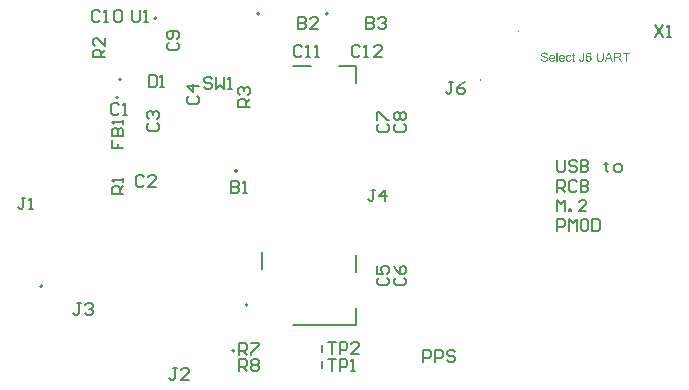
<source format=gto>
G04*
G04 #@! TF.GenerationSoftware,Altium Limited,Altium Designer,24.9.1 (31)*
G04*
G04 Layer_Color=65535*
%FSLAX25Y25*%
%MOIN*%
G70*
G04*
G04 #@! TF.SameCoordinates,6CE62DF4-74A3-4477-B2B1-5A016BC00F72*
G04*
G04*
G04 #@! TF.FilePolarity,Positive*
G04*
G01*
G75*
%ADD10C,0.00787*%
%ADD11C,0.00394*%
%ADD12R,0.00591X0.03150*%
G36*
X192563Y110163D02*
X192587D01*
X192617Y110158D01*
X192652Y110154D01*
X192691Y110147D01*
X192735Y110141D01*
X192779Y110130D01*
X192826Y110117D01*
X192874Y110099D01*
X192922Y110080D01*
X192973Y110058D01*
X193020Y110030D01*
X193066Y109999D01*
X193110Y109964D01*
X193112Y109962D01*
X193121Y109956D01*
X193132Y109942D01*
X193147Y109927D01*
X193164Y109907D01*
X193184Y109881D01*
X193206Y109853D01*
X193230Y109820D01*
X193254Y109783D01*
X193278Y109742D01*
X193302Y109696D01*
X193321Y109646D01*
X193343Y109594D01*
X193360Y109537D01*
X193374Y109476D01*
X193385Y109413D01*
X193016Y109384D01*
Y109387D01*
X193014Y109393D01*
X193012Y109406D01*
X193007Y109419D01*
X193001Y109439D01*
X192997Y109458D01*
X192979Y109506D01*
X192959Y109556D01*
X192935Y109609D01*
X192907Y109659D01*
X192892Y109681D01*
X192874Y109700D01*
X192872Y109703D01*
X192868Y109707D01*
X192859Y109716D01*
X192848Y109724D01*
X192833Y109738D01*
X192815Y109751D01*
X192796Y109766D01*
X192772Y109781D01*
X192746Y109794D01*
X192717Y109809D01*
X192689Y109822D01*
X192656Y109836D01*
X192622Y109844D01*
X192584Y109853D01*
X192545Y109857D01*
X192506Y109860D01*
X192489D01*
X192475Y109857D01*
X192460D01*
X192443Y109855D01*
X192423Y109851D01*
X192399Y109846D01*
X192351Y109836D01*
X192299Y109818D01*
X192247Y109792D01*
X192220Y109777D01*
X192194Y109759D01*
X192192Y109757D01*
X192188Y109753D01*
X192177Y109746D01*
X192166Y109735D01*
X192151Y109722D01*
X192133Y109707D01*
X192116Y109687D01*
X192094Y109666D01*
X192072Y109642D01*
X192050Y109613D01*
X192026Y109583D01*
X192005Y109550D01*
X191981Y109513D01*
X191959Y109474D01*
X191937Y109432D01*
X191917Y109389D01*
Y109387D01*
X191913Y109378D01*
X191909Y109362D01*
X191902Y109343D01*
X191893Y109319D01*
X191885Y109288D01*
X191876Y109251D01*
X191867Y109210D01*
X191858Y109164D01*
X191848Y109112D01*
X191839Y109053D01*
X191832Y108992D01*
X191826Y108924D01*
X191819Y108852D01*
X191817Y108774D01*
X191815Y108691D01*
X191817Y108693D01*
X191822Y108700D01*
X191828Y108711D01*
X191839Y108724D01*
X191852Y108741D01*
X191867Y108761D01*
X191885Y108783D01*
X191906Y108807D01*
X191928Y108831D01*
X191952Y108855D01*
X192009Y108905D01*
X192070Y108953D01*
X192105Y108975D01*
X192140Y108994D01*
X192142Y108996D01*
X192148Y108999D01*
X192159Y109003D01*
X192172Y109009D01*
X192192Y109018D01*
X192212Y109027D01*
X192236Y109036D01*
X192264Y109044D01*
X192292Y109053D01*
X192325Y109062D01*
X192393Y109079D01*
X192469Y109090D01*
X192508Y109094D01*
X192565D01*
X192584Y109092D01*
X192608Y109090D01*
X192641Y109086D01*
X192678Y109079D01*
X192720Y109070D01*
X192765Y109060D01*
X192813Y109046D01*
X192864Y109027D01*
X192916Y109005D01*
X192970Y108979D01*
X193023Y108946D01*
X193075Y108911D01*
X193127Y108868D01*
X193177Y108820D01*
X193180Y108818D01*
X193188Y108807D01*
X193201Y108791D01*
X193219Y108770D01*
X193238Y108743D01*
X193260Y108711D01*
X193284Y108674D01*
X193308Y108630D01*
X193332Y108582D01*
X193356Y108528D01*
X193378Y108471D01*
X193398Y108408D01*
X193415Y108340D01*
X193428Y108270D01*
X193437Y108194D01*
X193439Y108116D01*
Y108113D01*
Y108103D01*
Y108087D01*
X193437Y108068D01*
X193435Y108042D01*
X193432Y108013D01*
X193428Y107980D01*
X193424Y107943D01*
X193417Y107904D01*
X193409Y107863D01*
X193400Y107819D01*
X193387Y107773D01*
X193371Y107728D01*
X193356Y107682D01*
X193337Y107634D01*
X193315Y107588D01*
X193313Y107586D01*
X193308Y107577D01*
X193302Y107564D01*
X193293Y107549D01*
X193280Y107527D01*
X193265Y107503D01*
X193247Y107479D01*
X193228Y107451D01*
X193204Y107420D01*
X193180Y107390D01*
X193151Y107359D01*
X193121Y107329D01*
X193090Y107298D01*
X193055Y107268D01*
X193018Y107241D01*
X192979Y107215D01*
X192977Y107213D01*
X192970Y107209D01*
X192957Y107204D01*
X192942Y107196D01*
X192920Y107185D01*
X192896Y107174D01*
X192870Y107163D01*
X192837Y107152D01*
X192805Y107139D01*
X192768Y107128D01*
X192726Y107117D01*
X192685Y107106D01*
X192639Y107097D01*
X192593Y107093D01*
X192543Y107089D01*
X192493Y107087D01*
X192473D01*
X192462Y107089D01*
X192449D01*
X192417Y107091D01*
X192377Y107097D01*
X192332Y107104D01*
X192281Y107115D01*
X192225Y107130D01*
X192166Y107148D01*
X192105Y107169D01*
X192044Y107198D01*
X191981Y107230D01*
X191917Y107270D01*
X191854Y107316D01*
X191795Y107368D01*
X191739Y107427D01*
X191736Y107431D01*
X191726Y107442D01*
X191712Y107464D01*
X191693Y107492D01*
X191671Y107529D01*
X191658Y107551D01*
X191647Y107575D01*
X191634Y107601D01*
X191621Y107629D01*
X191606Y107662D01*
X191593Y107695D01*
X191579Y107730D01*
X191566Y107767D01*
X191551Y107808D01*
X191538Y107850D01*
X191527Y107895D01*
X191514Y107941D01*
X191503Y107991D01*
X191492Y108044D01*
X191481Y108098D01*
X191473Y108155D01*
X191466Y108214D01*
X191460Y108275D01*
X191453Y108340D01*
X191451Y108405D01*
X191446Y108475D01*
Y108547D01*
Y108549D01*
Y108558D01*
Y108569D01*
Y108586D01*
X191449Y108606D01*
Y108630D01*
X191451Y108658D01*
Y108691D01*
X191453Y108724D01*
X191457Y108763D01*
X191460Y108802D01*
X191464Y108846D01*
X191473Y108935D01*
X191488Y109033D01*
X191503Y109136D01*
X191525Y109243D01*
X191551Y109347D01*
X191582Y109452D01*
X191619Y109554D01*
X191662Y109650D01*
X191686Y109696D01*
X191712Y109738D01*
X191741Y109779D01*
X191769Y109818D01*
X191773Y109822D01*
X191782Y109833D01*
X191797Y109851D01*
X191822Y109873D01*
X191850Y109899D01*
X191883Y109927D01*
X191924Y109960D01*
X191970Y109993D01*
X192022Y110023D01*
X192079Y110056D01*
X192140Y110084D01*
X192207Y110110D01*
X192281Y110132D01*
X192358Y110150D01*
X192441Y110160D01*
X192528Y110165D01*
X192543D01*
X192563Y110163D01*
D02*
G37*
G36*
X177719Y110204D02*
X177747D01*
X177782Y110200D01*
X177819Y110197D01*
X177863Y110193D01*
X177907Y110187D01*
X177954Y110180D01*
X178053Y110160D01*
X178105Y110147D01*
X178155Y110134D01*
X178205Y110117D01*
X178253Y110097D01*
X178255Y110095D01*
X178264Y110093D01*
X178277Y110086D01*
X178295Y110078D01*
X178316Y110067D01*
X178340Y110051D01*
X178369Y110036D01*
X178397Y110017D01*
X178430Y109997D01*
X178460Y109973D01*
X178493Y109947D01*
X178526Y109918D01*
X178558Y109888D01*
X178589Y109853D01*
X178619Y109818D01*
X178646Y109779D01*
X178648Y109777D01*
X178652Y109770D01*
X178659Y109757D01*
X178667Y109742D01*
X178678Y109722D01*
X178691Y109698D01*
X178702Y109672D01*
X178718Y109642D01*
X178730Y109609D01*
X178744Y109572D01*
X178757Y109533D01*
X178768Y109491D01*
X178779Y109448D01*
X178787Y109402D01*
X178792Y109354D01*
X178796Y109306D01*
X178412Y109277D01*
Y109282D01*
X178410Y109291D01*
X178408Y109306D01*
X178403Y109326D01*
X178399Y109347D01*
X178393Y109376D01*
X178384Y109406D01*
X178373Y109439D01*
X178362Y109474D01*
X178347Y109509D01*
X178329Y109544D01*
X178310Y109581D01*
X178288Y109615D01*
X178262Y109648D01*
X178234Y109681D01*
X178203Y109709D01*
X178201Y109711D01*
X178194Y109716D01*
X178185Y109722D01*
X178170Y109733D01*
X178151Y109744D01*
X178129Y109755D01*
X178103Y109768D01*
X178072Y109783D01*
X178037Y109796D01*
X177998Y109809D01*
X177954Y109820D01*
X177909Y109833D01*
X177856Y109842D01*
X177802Y109849D01*
X177743Y109853D01*
X177680Y109855D01*
X177645D01*
X177621Y109853D01*
X177590Y109851D01*
X177558Y109849D01*
X177518Y109844D01*
X177479Y109838D01*
X177392Y109822D01*
X177348Y109812D01*
X177305Y109799D01*
X177263Y109783D01*
X177222Y109766D01*
X177185Y109746D01*
X177152Y109722D01*
X177150Y109720D01*
X177146Y109716D01*
X177137Y109709D01*
X177126Y109698D01*
X177115Y109685D01*
X177100Y109670D01*
X177087Y109652D01*
X177072Y109633D01*
X177056Y109611D01*
X177041Y109585D01*
X177015Y109530D01*
X177004Y109502D01*
X176995Y109469D01*
X176991Y109437D01*
X176989Y109402D01*
Y109400D01*
Y109395D01*
Y109387D01*
X176991Y109376D01*
X176993Y109360D01*
X176995Y109345D01*
X177004Y109308D01*
X177017Y109264D01*
X177037Y109221D01*
X177050Y109197D01*
X177067Y109175D01*
X177085Y109153D01*
X177104Y109134D01*
X177106Y109131D01*
X177111Y109129D01*
X177117Y109123D01*
X177130Y109116D01*
X177146Y109105D01*
X177167Y109094D01*
X177191Y109081D01*
X177222Y109066D01*
X177259Y109051D01*
X177301Y109033D01*
X177351Y109016D01*
X177405Y108996D01*
X177468Y108977D01*
X177538Y108957D01*
X177617Y108937D01*
X177704Y108916D01*
X177706D01*
X177710Y108913D01*
X177717D01*
X177726Y108911D01*
X177736Y108909D01*
X177750Y108905D01*
X177782Y108898D01*
X177822Y108887D01*
X177867Y108876D01*
X177917Y108865D01*
X177970Y108850D01*
X178081Y108822D01*
X178135Y108807D01*
X178190Y108789D01*
X178242Y108774D01*
X178290Y108756D01*
X178334Y108741D01*
X178371Y108726D01*
X178373Y108724D01*
X178382Y108719D01*
X178397Y108713D01*
X178414Y108704D01*
X178436Y108691D01*
X178460Y108678D01*
X178489Y108661D01*
X178519Y108641D01*
X178550Y108621D01*
X178582Y108597D01*
X178648Y108545D01*
X178709Y108484D01*
X178735Y108451D01*
X178761Y108416D01*
X178763Y108414D01*
X178768Y108408D01*
X178772Y108397D01*
X178781Y108384D01*
X178789Y108366D01*
X178800Y108344D01*
X178813Y108320D01*
X178824Y108294D01*
X178835Y108264D01*
X178848Y108231D01*
X178859Y108196D01*
X178868Y108157D01*
X178877Y108118D01*
X178883Y108076D01*
X178885Y108035D01*
X178887Y107989D01*
Y107987D01*
Y107978D01*
Y107965D01*
X178885Y107948D01*
X178883Y107926D01*
X178881Y107902D01*
X178877Y107874D01*
X178870Y107841D01*
X178864Y107808D01*
X178853Y107771D01*
X178842Y107734D01*
X178829Y107695D01*
X178813Y107656D01*
X178794Y107614D01*
X178772Y107575D01*
X178748Y107534D01*
X178746Y107531D01*
X178742Y107525D01*
X178733Y107514D01*
X178722Y107499D01*
X178709Y107481D01*
X178691Y107459D01*
X178672Y107438D01*
X178648Y107414D01*
X178622Y107387D01*
X178591Y107361D01*
X178558Y107333D01*
X178524Y107305D01*
X178486Y107278D01*
X178445Y107252D01*
X178401Y107228D01*
X178353Y107204D01*
X178351Y107202D01*
X178342Y107200D01*
X178327Y107193D01*
X178308Y107187D01*
X178284Y107178D01*
X178255Y107167D01*
X178223Y107156D01*
X178185Y107146D01*
X178144Y107135D01*
X178098Y107124D01*
X178050Y107115D01*
X178000Y107104D01*
X177948Y107097D01*
X177891Y107091D01*
X177832Y107089D01*
X177773Y107087D01*
X177734D01*
X177706Y107089D01*
X177671Y107091D01*
X177630Y107093D01*
X177584Y107097D01*
X177534Y107102D01*
X177481Y107108D01*
X177427Y107115D01*
X177311Y107137D01*
X177252Y107150D01*
X177196Y107165D01*
X177139Y107185D01*
X177087Y107204D01*
X177085Y107206D01*
X177074Y107211D01*
X177061Y107217D01*
X177041Y107226D01*
X177017Y107239D01*
X176991Y107255D01*
X176960Y107274D01*
X176930Y107294D01*
X176895Y107318D01*
X176860Y107344D01*
X176823Y107374D01*
X176788Y107407D01*
X176751Y107442D01*
X176716Y107479D01*
X176683Y107520D01*
X176653Y107564D01*
X176651Y107566D01*
X176646Y107575D01*
X176638Y107588D01*
X176629Y107605D01*
X176616Y107629D01*
X176603Y107656D01*
X176588Y107686D01*
X176575Y107721D01*
X176559Y107760D01*
X176544Y107802D01*
X176531Y107847D01*
X176518Y107893D01*
X176507Y107943D01*
X176498Y107996D01*
X176492Y108050D01*
X176489Y108107D01*
X176867Y108140D01*
Y108137D01*
X176869Y108129D01*
Y108118D01*
X176873Y108103D01*
X176875Y108083D01*
X176880Y108059D01*
X176886Y108035D01*
X176893Y108007D01*
X176908Y107948D01*
X176930Y107885D01*
X176956Y107824D01*
X176989Y107765D01*
X176991Y107762D01*
X176993Y107758D01*
X177000Y107752D01*
X177008Y107741D01*
X177017Y107728D01*
X177030Y107714D01*
X177045Y107699D01*
X177063Y107682D01*
X177083Y107664D01*
X177106Y107645D01*
X177130Y107625D01*
X177159Y107605D01*
X177187Y107586D01*
X177220Y107566D01*
X177255Y107549D01*
X177292Y107531D01*
X177294D01*
X177301Y107527D01*
X177314Y107523D01*
X177329Y107518D01*
X177348Y107512D01*
X177370Y107503D01*
X177399Y107494D01*
X177427Y107488D01*
X177460Y107479D01*
X177497Y107470D01*
X177534Y107464D01*
X177575Y107455D01*
X177662Y107446D01*
X177756Y107442D01*
X177778D01*
X177795Y107444D01*
X177815D01*
X177837Y107446D01*
X177863Y107448D01*
X177891Y107451D01*
X177954Y107459D01*
X178022Y107470D01*
X178090Y107488D01*
X178157Y107510D01*
X178159D01*
X178166Y107512D01*
X178175Y107516D01*
X178185Y107523D01*
X178201Y107529D01*
X178216Y107538D01*
X178255Y107557D01*
X178297Y107584D01*
X178340Y107616D01*
X178382Y107653D01*
X178417Y107695D01*
Y107697D01*
X178421Y107701D01*
X178425Y107708D01*
X178430Y107717D01*
X178436Y107728D01*
X178445Y107741D01*
X178460Y107773D01*
X178475Y107810D01*
X178491Y107854D01*
X178499Y107904D01*
X178504Y107954D01*
Y107956D01*
Y107961D01*
Y107967D01*
X178502Y107978D01*
Y107991D01*
X178499Y108004D01*
X178493Y108039D01*
X178484Y108076D01*
X178469Y108118D01*
X178447Y108159D01*
X178419Y108201D01*
Y108203D01*
X178414Y108205D01*
X178403Y108218D01*
X178382Y108238D01*
X178369Y108251D01*
X178353Y108264D01*
X178336Y108277D01*
X178316Y108292D01*
X178295Y108307D01*
X178268Y108323D01*
X178242Y108338D01*
X178212Y108353D01*
X178181Y108366D01*
X178146Y108381D01*
X178144D01*
X178140Y108384D01*
X178133Y108386D01*
X178120Y108390D01*
X178105Y108395D01*
X178087Y108401D01*
X178063Y108408D01*
X178035Y108416D01*
X178000Y108427D01*
X177963Y108438D01*
X177920Y108449D01*
X177869Y108462D01*
X177815Y108477D01*
X177752Y108493D01*
X177684Y108510D01*
X177610Y108528D01*
X177608D01*
X177606Y108530D01*
X177599D01*
X177593Y108532D01*
X177571Y108538D01*
X177542Y108545D01*
X177510Y108554D01*
X177471Y108565D01*
X177427Y108575D01*
X177383Y108589D01*
X177287Y108617D01*
X177191Y108650D01*
X177146Y108667D01*
X177102Y108685D01*
X177065Y108700D01*
X177030Y108717D01*
X177028Y108719D01*
X177021Y108722D01*
X177011Y108728D01*
X176995Y108737D01*
X176978Y108748D01*
X176956Y108763D01*
X176934Y108778D01*
X176908Y108796D01*
X176856Y108835D01*
X176803Y108883D01*
X176751Y108937D01*
X176729Y108968D01*
X176707Y108999D01*
X176705Y109001D01*
X176703Y109007D01*
X176699Y109016D01*
X176692Y109029D01*
X176683Y109044D01*
X176675Y109062D01*
X176666Y109083D01*
X176655Y109107D01*
X176646Y109136D01*
X176636Y109164D01*
X176620Y109227D01*
X176607Y109297D01*
X176605Y109334D01*
X176603Y109373D01*
Y109376D01*
Y109384D01*
Y109395D01*
X176605Y109413D01*
X176607Y109432D01*
X176609Y109456D01*
X176614Y109482D01*
X176618Y109513D01*
X176627Y109546D01*
X176633Y109578D01*
X176644Y109613D01*
X176657Y109650D01*
X176673Y109687D01*
X176690Y109724D01*
X176710Y109764D01*
X176732Y109801D01*
X176734Y109803D01*
X176738Y109809D01*
X176745Y109820D01*
X176755Y109833D01*
X176769Y109851D01*
X176786Y109868D01*
X176806Y109890D01*
X176827Y109912D01*
X176851Y109936D01*
X176880Y109962D01*
X176910Y109986D01*
X176945Y110012D01*
X176982Y110036D01*
X177021Y110060D01*
X177063Y110082D01*
X177109Y110101D01*
X177111Y110104D01*
X177120Y110106D01*
X177133Y110110D01*
X177152Y110119D01*
X177176Y110126D01*
X177202Y110134D01*
X177235Y110145D01*
X177272Y110154D01*
X177311Y110165D01*
X177353Y110173D01*
X177399Y110182D01*
X177446Y110191D01*
X177499Y110197D01*
X177551Y110202D01*
X177606Y110204D01*
X177662Y110206D01*
X177695D01*
X177719Y110204D01*
D02*
G37*
G36*
X185924Y109369D02*
X185949D01*
X185979Y109365D01*
X186014Y109362D01*
X186053Y109356D01*
X186097Y109350D01*
X186143Y109339D01*
X186188Y109328D01*
X186236Y109312D01*
X186286Y109295D01*
X186334Y109275D01*
X186382Y109249D01*
X186428Y109223D01*
X186472Y109190D01*
X186474Y109188D01*
X186483Y109182D01*
X186494Y109171D01*
X186509Y109158D01*
X186526Y109138D01*
X186548Y109116D01*
X186570Y109090D01*
X186594Y109060D01*
X186618Y109025D01*
X186642Y108985D01*
X186668Y108944D01*
X186690Y108898D01*
X186714Y108850D01*
X186733Y108796D01*
X186751Y108741D01*
X186764Y108680D01*
X186404Y108626D01*
Y108628D01*
X186402Y108634D01*
X186398Y108648D01*
X186393Y108661D01*
X186389Y108680D01*
X186380Y108700D01*
X186372Y108724D01*
X186363Y108748D01*
X186337Y108802D01*
X186304Y108857D01*
X186267Y108909D01*
X186245Y108933D01*
X186221Y108955D01*
X186219Y108957D01*
X186214Y108959D01*
X186208Y108966D01*
X186197Y108972D01*
X186186Y108981D01*
X186171Y108990D01*
X186153Y109001D01*
X186132Y109012D01*
X186086Y109031D01*
X186033Y109049D01*
X185972Y109062D01*
X185940Y109064D01*
X185905Y109066D01*
X185892D01*
X185879Y109064D01*
X185859D01*
X185835Y109060D01*
X185807Y109055D01*
X185776Y109049D01*
X185744Y109042D01*
X185709Y109031D01*
X185672Y109018D01*
X185635Y109001D01*
X185595Y108981D01*
X185558Y108959D01*
X185521Y108931D01*
X185486Y108900D01*
X185451Y108865D01*
X185449Y108863D01*
X185445Y108857D01*
X185436Y108844D01*
X185425Y108828D01*
X185410Y108807D01*
X185397Y108778D01*
X185380Y108748D01*
X185364Y108711D01*
X185349Y108669D01*
X185332Y108624D01*
X185319Y108571D01*
X185305Y108512D01*
X185292Y108451D01*
X185284Y108384D01*
X185279Y108310D01*
X185277Y108231D01*
Y108229D01*
Y108227D01*
Y108220D01*
Y108212D01*
X185279Y108190D01*
Y108159D01*
X185281Y108122D01*
X185286Y108081D01*
X185290Y108035D01*
X185299Y107987D01*
X185308Y107935D01*
X185319Y107882D01*
X185332Y107828D01*
X185349Y107775D01*
X185366Y107725D01*
X185390Y107677D01*
X185414Y107632D01*
X185445Y107592D01*
X185447Y107590D01*
X185454Y107584D01*
X185462Y107575D01*
X185476Y107562D01*
X185493Y107547D01*
X185512Y107529D01*
X185537Y107512D01*
X185563Y107494D01*
X185593Y107475D01*
X185626Y107457D01*
X185663Y107440D01*
X185702Y107424D01*
X185744Y107411D01*
X185787Y107403D01*
X185835Y107396D01*
X185885Y107394D01*
X185907D01*
X185922Y107396D01*
X185940Y107398D01*
X185962Y107401D01*
X185986Y107405D01*
X186012Y107411D01*
X186071Y107427D01*
X186101Y107438D01*
X186132Y107451D01*
X186162Y107466D01*
X186193Y107483D01*
X186221Y107503D01*
X186249Y107527D01*
X186251Y107529D01*
X186256Y107534D01*
X186262Y107542D01*
X186273Y107553D01*
X186284Y107566D01*
X186297Y107584D01*
X186313Y107605D01*
X186328Y107629D01*
X186343Y107656D01*
X186358Y107686D01*
X186374Y107719D01*
X186389Y107758D01*
X186404Y107797D01*
X186415Y107841D01*
X186426Y107889D01*
X186435Y107939D01*
X186799Y107889D01*
Y107885D01*
X186797Y107871D01*
X186792Y107852D01*
X186786Y107826D01*
X186777Y107795D01*
X186766Y107758D01*
X186753Y107719D01*
X186738Y107673D01*
X186718Y107627D01*
X186696Y107579D01*
X186672Y107531D01*
X186644Y107481D01*
X186611Y107433D01*
X186576Y107385D01*
X186535Y107342D01*
X186491Y107300D01*
X186489Y107298D01*
X186480Y107291D01*
X186467Y107281D01*
X186448Y107268D01*
X186424Y107252D01*
X186395Y107233D01*
X186363Y107215D01*
X186323Y107196D01*
X186282Y107174D01*
X186236Y107156D01*
X186186Y107139D01*
X186134Y107122D01*
X186077Y107108D01*
X186016Y107097D01*
X185953Y107091D01*
X185888Y107089D01*
X185868D01*
X185844Y107091D01*
X185813Y107093D01*
X185776Y107097D01*
X185733Y107104D01*
X185683Y107113D01*
X185630Y107126D01*
X185574Y107141D01*
X185515Y107161D01*
X185456Y107185D01*
X185395Y107213D01*
X185336Y107246D01*
X185277Y107285D01*
X185220Y107329D01*
X185168Y107381D01*
X185166Y107385D01*
X185157Y107394D01*
X185142Y107411D01*
X185127Y107435D01*
X185105Y107466D01*
X185081Y107503D01*
X185057Y107547D01*
X185033Y107595D01*
X185007Y107651D01*
X184983Y107714D01*
X184959Y107784D01*
X184939Y107858D01*
X184922Y107939D01*
X184906Y108026D01*
X184898Y108120D01*
X184896Y108220D01*
Y108225D01*
Y108236D01*
Y108255D01*
X184898Y108279D01*
X184900Y108310D01*
X184902Y108347D01*
X184904Y108386D01*
X184911Y108430D01*
X184915Y108477D01*
X184924Y108528D01*
X184944Y108630D01*
X184957Y108685D01*
X184974Y108737D01*
X184992Y108789D01*
X185011Y108839D01*
X185013Y108842D01*
X185018Y108850D01*
X185024Y108865D01*
X185033Y108883D01*
X185046Y108905D01*
X185061Y108931D01*
X185079Y108959D01*
X185100Y108990D01*
X185125Y109020D01*
X185151Y109053D01*
X185179Y109088D01*
X185212Y109121D01*
X185247Y109151D01*
X185284Y109184D01*
X185325Y109212D01*
X185369Y109238D01*
X185371Y109240D01*
X185380Y109245D01*
X185393Y109251D01*
X185410Y109260D01*
X185432Y109269D01*
X185460Y109280D01*
X185491Y109293D01*
X185523Y109306D01*
X185561Y109317D01*
X185602Y109330D01*
X185643Y109341D01*
X185689Y109352D01*
X185737Y109358D01*
X185787Y109365D01*
X185837Y109369D01*
X185890Y109371D01*
X185905D01*
X185924Y109369D01*
D02*
G37*
G36*
X197505Y108410D02*
Y108408D01*
Y108405D01*
Y108399D01*
Y108390D01*
Y108379D01*
Y108366D01*
X197503Y108336D01*
Y108297D01*
X197500Y108253D01*
X197496Y108203D01*
X197492Y108150D01*
X197485Y108094D01*
X197478Y108035D01*
X197461Y107915D01*
X197448Y107854D01*
X197435Y107797D01*
X197417Y107741D01*
X197400Y107688D01*
X197398Y107686D01*
X197396Y107677D01*
X197389Y107662D01*
X197380Y107645D01*
X197367Y107621D01*
X197354Y107595D01*
X197337Y107566D01*
X197315Y107534D01*
X197291Y107499D01*
X197265Y107464D01*
X197234Y107429D01*
X197199Y107392D01*
X197162Y107355D01*
X197123Y107320D01*
X197077Y107285D01*
X197029Y107252D01*
X197027Y107250D01*
X197016Y107246D01*
X197001Y107237D01*
X196982Y107226D01*
X196953Y107213D01*
X196923Y107200D01*
X196883Y107185D01*
X196842Y107169D01*
X196792Y107154D01*
X196739Y107139D01*
X196683Y107126D01*
X196620Y107113D01*
X196552Y107102D01*
X196480Y107093D01*
X196406Y107089D01*
X196325Y107087D01*
X196284D01*
X196256Y107089D01*
X196219Y107091D01*
X196177Y107095D01*
X196129Y107100D01*
X196079Y107104D01*
X196025Y107113D01*
X195968Y107122D01*
X195911Y107135D01*
X195852Y107148D01*
X195796Y107165D01*
X195737Y107185D01*
X195682Y107206D01*
X195630Y107233D01*
X195628Y107235D01*
X195619Y107239D01*
X195604Y107248D01*
X195586Y107259D01*
X195564Y107274D01*
X195538Y107294D01*
X195512Y107316D01*
X195482Y107340D01*
X195451Y107368D01*
X195419Y107401D01*
X195386Y107433D01*
X195355Y107473D01*
X195325Y107512D01*
X195296Y107557D01*
X195270Y107603D01*
X195246Y107653D01*
X195244Y107658D01*
X195242Y107667D01*
X195235Y107682D01*
X195229Y107703D01*
X195220Y107732D01*
X195211Y107767D01*
X195201Y107806D01*
X195190Y107852D01*
X195179Y107904D01*
X195168Y107961D01*
X195159Y108022D01*
X195150Y108089D01*
X195144Y108161D01*
X195137Y108240D01*
X195135Y108323D01*
X195133Y108410D01*
Y110154D01*
X195532D01*
Y108412D01*
Y108408D01*
Y108395D01*
Y108375D01*
X195534Y108349D01*
Y108316D01*
X195536Y108279D01*
X195538Y108238D01*
X195540Y108192D01*
X195545Y108146D01*
X195549Y108098D01*
X195562Y108002D01*
X195571Y107956D01*
X195580Y107911D01*
X195591Y107869D01*
X195604Y107832D01*
Y107830D01*
X195608Y107824D01*
X195613Y107815D01*
X195619Y107802D01*
X195625Y107786D01*
X195636Y107769D01*
X195663Y107728D01*
X195697Y107682D01*
X195717Y107658D01*
X195741Y107634D01*
X195765Y107610D01*
X195793Y107588D01*
X195822Y107566D01*
X195854Y107547D01*
X195857D01*
X195863Y107542D01*
X195872Y107538D01*
X195887Y107531D01*
X195905Y107523D01*
X195924Y107514D01*
X195948Y107505D01*
X195976Y107497D01*
X196007Y107488D01*
X196040Y107479D01*
X196075Y107470D01*
X196114Y107462D01*
X196155Y107455D01*
X196199Y107451D01*
X196242Y107448D01*
X196291Y107446D01*
X196310D01*
X196332Y107448D01*
X196362D01*
X196399Y107453D01*
X196439Y107457D01*
X196484Y107464D01*
X196535Y107470D01*
X196585Y107481D01*
X196637Y107494D01*
X196689Y107512D01*
X196742Y107529D01*
X196792Y107553D01*
X196838Y107579D01*
X196881Y107610D01*
X196918Y107645D01*
X196921Y107647D01*
X196927Y107653D01*
X196936Y107667D01*
X196947Y107684D01*
X196962Y107708D01*
X196977Y107738D01*
X196995Y107773D01*
X197012Y107817D01*
X197029Y107865D01*
X197047Y107919D01*
X197062Y107983D01*
X197077Y108052D01*
X197088Y108131D01*
X197097Y108216D01*
X197104Y108310D01*
X197106Y108412D01*
Y110154D01*
X197505D01*
Y108410D01*
D02*
G37*
G36*
X190960Y108098D02*
Y108094D01*
Y108081D01*
Y108061D01*
X190958Y108035D01*
Y108004D01*
X190956Y107967D01*
X190952Y107926D01*
X190949Y107882D01*
X190943Y107836D01*
X190939Y107789D01*
X190921Y107691D01*
X190910Y107642D01*
X190897Y107597D01*
X190884Y107553D01*
X190867Y107512D01*
Y107510D01*
X190862Y107503D01*
X190858Y107492D01*
X190849Y107477D01*
X190840Y107459D01*
X190827Y107440D01*
X190812Y107418D01*
X190797Y107394D01*
X190777Y107370D01*
X190755Y107344D01*
X190731Y107318D01*
X190705Y107291D01*
X190677Y107265D01*
X190646Y107241D01*
X190614Y107217D01*
X190577Y107196D01*
X190575Y107193D01*
X190568Y107191D01*
X190557Y107185D01*
X190542Y107178D01*
X190522Y107169D01*
X190500Y107161D01*
X190474Y107152D01*
X190444Y107141D01*
X190411Y107130D01*
X190376Y107122D01*
X190337Y107113D01*
X190298Y107104D01*
X190254Y107097D01*
X190208Y107091D01*
X190163Y107089D01*
X190112Y107087D01*
X190095D01*
X190075Y107089D01*
X190047Y107091D01*
X190014Y107093D01*
X189975Y107100D01*
X189931Y107106D01*
X189886Y107115D01*
X189838Y107128D01*
X189787Y107141D01*
X189737Y107161D01*
X189687Y107183D01*
X189637Y107209D01*
X189589Y107239D01*
X189543Y107274D01*
X189502Y107313D01*
X189500Y107316D01*
X189493Y107324D01*
X189482Y107337D01*
X189469Y107357D01*
X189454Y107381D01*
X189436Y107409D01*
X189417Y107444D01*
X189400Y107483D01*
X189380Y107529D01*
X189360Y107579D01*
X189345Y107636D01*
X189330Y107697D01*
X189317Y107762D01*
X189308Y107834D01*
X189301Y107911D01*
Y107991D01*
X189661Y108042D01*
Y108037D01*
Y108026D01*
X189663Y108009D01*
X189665Y107985D01*
X189668Y107956D01*
X189672Y107926D01*
X189676Y107891D01*
X189683Y107852D01*
X189698Y107773D01*
X189720Y107695D01*
X189735Y107660D01*
X189751Y107625D01*
X189770Y107595D01*
X189790Y107568D01*
X189792Y107566D01*
X189794Y107564D01*
X189803Y107557D01*
X189812Y107549D01*
X189822Y107540D01*
X189838Y107529D01*
X189853Y107516D01*
X189873Y107505D01*
X189894Y107494D01*
X189918Y107481D01*
X189945Y107470D01*
X189973Y107462D01*
X190006Y107453D01*
X190038Y107448D01*
X190073Y107444D01*
X190110Y107442D01*
X190125D01*
X190136Y107444D01*
X190149D01*
X190165Y107446D01*
X190199Y107451D01*
X190239Y107459D01*
X190282Y107470D01*
X190328Y107488D01*
X190370Y107510D01*
X190372D01*
X190374Y107514D01*
X190387Y107523D01*
X190407Y107538D01*
X190428Y107560D01*
X190455Y107586D01*
X190479Y107618D01*
X190503Y107656D01*
X190520Y107697D01*
Y107699D01*
X190522Y107703D01*
X190524Y107710D01*
X190526Y107719D01*
X190529Y107732D01*
X190533Y107747D01*
X190537Y107767D01*
X190542Y107789D01*
X190544Y107813D01*
X190548Y107841D01*
X190553Y107871D01*
X190555Y107906D01*
X190557Y107943D01*
X190559Y107983D01*
X190561Y108026D01*
Y108074D01*
Y110154D01*
X190960D01*
Y108098D01*
D02*
G37*
G36*
X206188Y109799D02*
X205189D01*
Y107137D01*
X204790D01*
Y109799D01*
X203796D01*
Y110154D01*
X206188D01*
Y109799D01*
D02*
G37*
G36*
X202388Y110152D02*
X202423D01*
X202462Y110150D01*
X202503Y110147D01*
X202551Y110143D01*
X202599Y110139D01*
X202649Y110134D01*
X202752Y110119D01*
X202800Y110110D01*
X202848Y110099D01*
X202894Y110086D01*
X202935Y110071D01*
X202937D01*
X202944Y110067D01*
X202955Y110062D01*
X202970Y110056D01*
X202987Y110047D01*
X203007Y110034D01*
X203031Y110021D01*
X203055Y110006D01*
X203081Y109986D01*
X203110Y109966D01*
X203138Y109942D01*
X203166Y109916D01*
X203192Y109886D01*
X203221Y109855D01*
X203247Y109820D01*
X203271Y109783D01*
X203273Y109781D01*
X203277Y109774D01*
X203282Y109764D01*
X203290Y109748D01*
X203299Y109729D01*
X203310Y109705D01*
X203323Y109679D01*
X203334Y109650D01*
X203345Y109618D01*
X203358Y109583D01*
X203369Y109546D01*
X203378Y109506D01*
X203386Y109465D01*
X203393Y109421D01*
X203395Y109376D01*
X203397Y109330D01*
Y109326D01*
Y109317D01*
X203395Y109299D01*
Y109275D01*
X203391Y109249D01*
X203386Y109216D01*
X203380Y109182D01*
X203371Y109142D01*
X203360Y109101D01*
X203347Y109057D01*
X203330Y109012D01*
X203310Y108966D01*
X203286Y108920D01*
X203258Y108876D01*
X203225Y108831D01*
X203188Y108789D01*
X203186Y108787D01*
X203179Y108781D01*
X203166Y108770D01*
X203149Y108754D01*
X203127Y108737D01*
X203099Y108717D01*
X203068Y108695D01*
X203031Y108671D01*
X202987Y108648D01*
X202942Y108624D01*
X202887Y108602D01*
X202830Y108578D01*
X202767Y108558D01*
X202700Y108538D01*
X202625Y108523D01*
X202547Y108510D01*
X202549D01*
X202554Y108506D01*
X202562Y108504D01*
X202573Y108497D01*
X202586Y108491D01*
X202602Y108482D01*
X202636Y108462D01*
X202676Y108440D01*
X202715Y108414D01*
X202752Y108388D01*
X202787Y108360D01*
X202789Y108358D01*
X202796Y108353D01*
X202804Y108342D01*
X202817Y108331D01*
X202833Y108314D01*
X202850Y108297D01*
X202872Y108275D01*
X202894Y108249D01*
X202918Y108220D01*
X202944Y108190D01*
X202972Y108157D01*
X203000Y108122D01*
X203029Y108083D01*
X203059Y108044D01*
X203118Y107956D01*
X203639Y107137D01*
X203140D01*
X202741Y107765D01*
X202739Y107767D01*
X202732Y107775D01*
X202724Y107791D01*
X202713Y107808D01*
X202697Y107832D01*
X202680Y107858D01*
X202660Y107887D01*
X202641Y107917D01*
X202595Y107985D01*
X202547Y108054D01*
X202499Y108120D01*
X202475Y108150D01*
X202453Y108179D01*
X202451Y108181D01*
X202449Y108185D01*
X202442Y108192D01*
X202434Y108203D01*
X202412Y108229D01*
X202386Y108259D01*
X202353Y108292D01*
X202320Y108327D01*
X202285Y108358D01*
X202251Y108381D01*
X202246Y108384D01*
X202235Y108390D01*
X202218Y108401D01*
X202194Y108412D01*
X202168Y108425D01*
X202137Y108440D01*
X202104Y108451D01*
X202070Y108462D01*
X202067D01*
X202057Y108464D01*
X202039Y108467D01*
X202017Y108471D01*
X201987Y108473D01*
X201948Y108475D01*
X201902Y108477D01*
X201385D01*
Y107137D01*
X200986D01*
Y110154D01*
X202362D01*
X202388Y110152D01*
D02*
G37*
G36*
X200661Y107137D02*
X200208D01*
X199859Y108050D01*
X198592D01*
X198263Y107137D01*
X197843D01*
X199000Y110154D01*
X199427D01*
X200661Y107137D01*
D02*
G37*
G36*
X182092D02*
X181721D01*
Y110154D01*
X182092D01*
Y107137D01*
D02*
G37*
G36*
X187555Y109323D02*
X187924D01*
Y109036D01*
X187555D01*
Y107756D01*
Y107754D01*
Y107749D01*
Y107741D01*
Y107730D01*
Y107703D01*
X187557Y107671D01*
X187559Y107638D01*
X187562Y107603D01*
X187566Y107575D01*
X187571Y107564D01*
X187573Y107553D01*
Y107551D01*
X187577Y107547D01*
X187581Y107538D01*
X187588Y107527D01*
X187608Y107503D01*
X187621Y107492D01*
X187636Y107481D01*
X187638D01*
X187645Y107477D01*
X187653Y107473D01*
X187669Y107468D01*
X187686Y107464D01*
X187708Y107459D01*
X187734Y107457D01*
X187762Y107455D01*
X187786D01*
X187806Y107457D01*
X187828D01*
X187856Y107462D01*
X187889Y107464D01*
X187924Y107468D01*
X187978Y107141D01*
X187976D01*
X187972Y107139D01*
X187963D01*
X187952Y107137D01*
X187939Y107135D01*
X187921Y107130D01*
X187884Y107126D01*
X187841Y107119D01*
X187793Y107113D01*
X187745Y107111D01*
X187697Y107108D01*
X187664D01*
X187647Y107111D01*
X187627Y107113D01*
X187583Y107117D01*
X187533Y107124D01*
X187481Y107135D01*
X187431Y107150D01*
X187385Y107172D01*
X187383D01*
X187381Y107174D01*
X187368Y107183D01*
X187348Y107198D01*
X187324Y107215D01*
X187298Y107239D01*
X187272Y107268D01*
X187248Y107300D01*
X187228Y107337D01*
Y107340D01*
X187226Y107342D01*
X187224Y107348D01*
X187222Y107359D01*
X187217Y107372D01*
X187215Y107387D01*
X187211Y107407D01*
X187206Y107431D01*
X187202Y107459D01*
X187198Y107490D01*
X187196Y107527D01*
X187191Y107566D01*
X187189Y107612D01*
X187187Y107660D01*
X187185Y107717D01*
Y107775D01*
Y109036D01*
X186910D01*
Y109323D01*
X187185D01*
Y109864D01*
X187555Y110086D01*
Y109323D01*
D02*
G37*
G36*
X183603Y109369D02*
X183633Y109367D01*
X183673Y109362D01*
X183714Y109356D01*
X183762Y109347D01*
X183814Y109334D01*
X183871Y109319D01*
X183928Y109299D01*
X183989Y109275D01*
X184048Y109245D01*
X184109Y109212D01*
X184165Y109171D01*
X184222Y109125D01*
X184276Y109073D01*
X184279Y109068D01*
X184290Y109060D01*
X184303Y109042D01*
X184320Y109018D01*
X184342Y108988D01*
X184366Y108950D01*
X184390Y108907D01*
X184416Y108857D01*
X184442Y108800D01*
X184468Y108737D01*
X184490Y108667D01*
X184512Y108593D01*
X184529Y108512D01*
X184545Y108425D01*
X184553Y108331D01*
X184555Y108233D01*
Y108231D01*
Y108227D01*
Y108220D01*
Y108209D01*
Y108194D01*
Y108179D01*
X184553Y108159D01*
Y108135D01*
X182923D01*
Y108131D01*
X182925Y108120D01*
Y108100D01*
X182929Y108076D01*
X182934Y108046D01*
X182938Y108011D01*
X182947Y107974D01*
X182955Y107932D01*
X182966Y107887D01*
X182982Y107843D01*
X182997Y107797D01*
X183016Y107752D01*
X183038Y107706D01*
X183064Y107662D01*
X183093Y107621D01*
X183125Y107584D01*
X183128Y107581D01*
X183134Y107575D01*
X183145Y107566D01*
X183158Y107553D01*
X183176Y107540D01*
X183197Y107525D01*
X183223Y107507D01*
X183252Y107490D01*
X183282Y107470D01*
X183317Y107455D01*
X183354Y107438D01*
X183396Y107424D01*
X183439Y107411D01*
X183485Y107403D01*
X183533Y107396D01*
X183583Y107394D01*
X183603D01*
X183618Y107396D01*
X183635Y107398D01*
X183655Y107401D01*
X183679Y107403D01*
X183703Y107407D01*
X183758Y107420D01*
X183817Y107440D01*
X183847Y107451D01*
X183875Y107466D01*
X183904Y107481D01*
X183932Y107501D01*
X183934Y107503D01*
X183939Y107505D01*
X183945Y107512D01*
X183956Y107520D01*
X183969Y107534D01*
X183982Y107547D01*
X183997Y107564D01*
X184015Y107584D01*
X184032Y107608D01*
X184052Y107632D01*
X184069Y107660D01*
X184089Y107691D01*
X184109Y107725D01*
X184126Y107762D01*
X184143Y107802D01*
X184161Y107845D01*
X184542Y107795D01*
Y107791D01*
X184538Y107780D01*
X184531Y107762D01*
X184525Y107741D01*
X184514Y107712D01*
X184501Y107680D01*
X184486Y107642D01*
X184466Y107603D01*
X184444Y107564D01*
X184420Y107520D01*
X184392Y107477D01*
X184362Y107433D01*
X184329Y107392D01*
X184292Y107350D01*
X184250Y107311D01*
X184207Y107274D01*
X184204Y107272D01*
X184196Y107265D01*
X184183Y107257D01*
X184163Y107246D01*
X184139Y107230D01*
X184109Y107215D01*
X184076Y107198D01*
X184037Y107183D01*
X183993Y107165D01*
X183947Y107148D01*
X183895Y107132D01*
X183841Y107117D01*
X183782Y107106D01*
X183718Y107097D01*
X183651Y107091D01*
X183581Y107089D01*
X183559D01*
X183548Y107091D01*
X183535D01*
X183503Y107093D01*
X183461Y107097D01*
X183415Y107104D01*
X183363Y107113D01*
X183306Y107126D01*
X183247Y107141D01*
X183184Y107161D01*
X183121Y107185D01*
X183058Y107213D01*
X182995Y107246D01*
X182934Y107285D01*
X182875Y107331D01*
X182820Y107383D01*
X182818Y107387D01*
X182809Y107396D01*
X182794Y107414D01*
X182777Y107438D01*
X182755Y107468D01*
X182733Y107505D01*
X182707Y107547D01*
X182681Y107597D01*
X182655Y107653D01*
X182631Y107714D01*
X182607Y107782D01*
X182585Y107856D01*
X182567Y107937D01*
X182554Y108022D01*
X182543Y108113D01*
X182541Y108212D01*
Y108214D01*
Y108218D01*
Y108225D01*
Y108236D01*
X182543Y108249D01*
Y108264D01*
Y108281D01*
X182546Y108303D01*
X182550Y108349D01*
X182556Y108401D01*
X182565Y108460D01*
X182576Y108525D01*
X182591Y108591D01*
X182611Y108661D01*
X182633Y108732D01*
X182661Y108804D01*
X182694Y108874D01*
X182731Y108942D01*
X182774Y109007D01*
X182825Y109066D01*
X182829Y109070D01*
X182838Y109079D01*
X182853Y109094D01*
X182877Y109114D01*
X182905Y109138D01*
X182938Y109162D01*
X182977Y109190D01*
X183023Y109219D01*
X183073Y109247D01*
X183130Y109275D01*
X183189Y109301D01*
X183254Y109323D01*
X183326Y109343D01*
X183400Y109358D01*
X183479Y109367D01*
X183561Y109371D01*
X183581D01*
X183603Y109369D01*
D02*
G37*
G36*
X180324D02*
X180355Y109367D01*
X180394Y109362D01*
X180435Y109356D01*
X180483Y109347D01*
X180536Y109334D01*
X180592Y109319D01*
X180649Y109299D01*
X180710Y109275D01*
X180769Y109245D01*
X180830Y109212D01*
X180887Y109171D01*
X180943Y109125D01*
X180998Y109073D01*
X181000Y109068D01*
X181011Y109060D01*
X181024Y109042D01*
X181041Y109018D01*
X181063Y108988D01*
X181087Y108950D01*
X181111Y108907D01*
X181137Y108857D01*
X181163Y108800D01*
X181190Y108737D01*
X181211Y108667D01*
X181233Y108593D01*
X181251Y108512D01*
X181266Y108425D01*
X181275Y108331D01*
X181277Y108233D01*
Y108231D01*
Y108227D01*
Y108220D01*
Y108209D01*
Y108194D01*
Y108179D01*
X181275Y108159D01*
Y108135D01*
X179644D01*
Y108131D01*
X179646Y108120D01*
Y108100D01*
X179650Y108076D01*
X179655Y108046D01*
X179659Y108011D01*
X179668Y107974D01*
X179677Y107932D01*
X179688Y107887D01*
X179703Y107843D01*
X179718Y107797D01*
X179738Y107752D01*
X179760Y107706D01*
X179786Y107662D01*
X179814Y107621D01*
X179847Y107584D01*
X179849Y107581D01*
X179855Y107575D01*
X179866Y107566D01*
X179879Y107553D01*
X179897Y107540D01*
X179919Y107525D01*
X179945Y107507D01*
X179973Y107490D01*
X180004Y107470D01*
X180039Y107455D01*
X180076Y107438D01*
X180117Y107424D01*
X180161Y107411D01*
X180206Y107403D01*
X180254Y107396D01*
X180305Y107394D01*
X180324D01*
X180339Y107396D01*
X180357Y107398D01*
X180376Y107401D01*
X180400Y107403D01*
X180424Y107407D01*
X180479Y107420D01*
X180538Y107440D01*
X180568Y107451D01*
X180597Y107466D01*
X180625Y107481D01*
X180653Y107501D01*
X180656Y107503D01*
X180660Y107505D01*
X180666Y107512D01*
X180677Y107520D01*
X180690Y107534D01*
X180703Y107547D01*
X180719Y107564D01*
X180736Y107584D01*
X180754Y107608D01*
X180773Y107632D01*
X180791Y107660D01*
X180810Y107691D01*
X180830Y107725D01*
X180847Y107762D01*
X180865Y107802D01*
X180882Y107845D01*
X181264Y107795D01*
Y107791D01*
X181259Y107780D01*
X181253Y107762D01*
X181246Y107741D01*
X181235Y107712D01*
X181222Y107680D01*
X181207Y107642D01*
X181187Y107603D01*
X181166Y107564D01*
X181142Y107520D01*
X181113Y107477D01*
X181083Y107433D01*
X181050Y107392D01*
X181013Y107350D01*
X180972Y107311D01*
X180928Y107274D01*
X180926Y107272D01*
X180917Y107265D01*
X180904Y107257D01*
X180884Y107246D01*
X180860Y107230D01*
X180830Y107215D01*
X180797Y107198D01*
X180758Y107183D01*
X180714Y107165D01*
X180669Y107148D01*
X180616Y107132D01*
X180562Y107117D01*
X180503Y107106D01*
X180440Y107097D01*
X180372Y107091D01*
X180302Y107089D01*
X180280D01*
X180270Y107091D01*
X180256D01*
X180224Y107093D01*
X180182Y107097D01*
X180137Y107104D01*
X180084Y107113D01*
X180028Y107126D01*
X179969Y107141D01*
X179906Y107161D01*
X179842Y107185D01*
X179779Y107213D01*
X179716Y107246D01*
X179655Y107285D01*
X179596Y107331D01*
X179542Y107383D01*
X179539Y107387D01*
X179531Y107396D01*
X179515Y107414D01*
X179498Y107438D01*
X179476Y107468D01*
X179454Y107505D01*
X179428Y107547D01*
X179402Y107597D01*
X179376Y107653D01*
X179352Y107714D01*
X179328Y107782D01*
X179306Y107856D01*
X179289Y107937D01*
X179276Y108022D01*
X179265Y108113D01*
X179262Y108212D01*
Y108214D01*
Y108218D01*
Y108225D01*
Y108236D01*
X179265Y108249D01*
Y108264D01*
Y108281D01*
X179267Y108303D01*
X179271Y108349D01*
X179278Y108401D01*
X179286Y108460D01*
X179297Y108525D01*
X179313Y108591D01*
X179332Y108661D01*
X179354Y108732D01*
X179382Y108804D01*
X179415Y108874D01*
X179452Y108942D01*
X179496Y109007D01*
X179546Y109066D01*
X179550Y109070D01*
X179559Y109079D01*
X179574Y109094D01*
X179598Y109114D01*
X179627Y109138D01*
X179659Y109162D01*
X179699Y109190D01*
X179744Y109219D01*
X179794Y109247D01*
X179851Y109275D01*
X179910Y109301D01*
X179975Y109323D01*
X180047Y109343D01*
X180121Y109358D01*
X180200Y109367D01*
X180283Y109371D01*
X180302D01*
X180324Y109369D01*
D02*
G37*
%LPC*%
G36*
X192471Y108767D02*
X192460D01*
X192447Y108765D01*
X192430D01*
X192408Y108761D01*
X192382Y108759D01*
X192356Y108752D01*
X192325Y108746D01*
X192292Y108735D01*
X192257Y108724D01*
X192223Y108709D01*
X192185Y108691D01*
X192151Y108671D01*
X192114Y108645D01*
X192079Y108619D01*
X192046Y108586D01*
X192044Y108584D01*
X192040Y108578D01*
X192031Y108567D01*
X192020Y108554D01*
X192005Y108536D01*
X191991Y108514D01*
X191974Y108488D01*
X191959Y108460D01*
X191944Y108427D01*
X191926Y108392D01*
X191913Y108353D01*
X191900Y108312D01*
X191887Y108266D01*
X191878Y108218D01*
X191874Y108168D01*
X191872Y108116D01*
Y108113D01*
Y108107D01*
Y108096D01*
X191874Y108083D01*
Y108065D01*
X191876Y108046D01*
X191878Y108022D01*
X191883Y107998D01*
X191891Y107941D01*
X191906Y107880D01*
X191926Y107815D01*
X191952Y107747D01*
Y107745D01*
X191957Y107741D01*
X191961Y107730D01*
X191967Y107719D01*
X191976Y107703D01*
X191985Y107688D01*
X192011Y107649D01*
X192042Y107605D01*
X192081Y107562D01*
X192127Y107518D01*
X192177Y107481D01*
X192179D01*
X192183Y107477D01*
X192192Y107473D01*
X192203Y107468D01*
X192216Y107462D01*
X192231Y107453D01*
X192249Y107444D01*
X192271Y107438D01*
X192316Y107420D01*
X192369Y107405D01*
X192425Y107396D01*
X192484Y107392D01*
X192495D01*
X192508Y107394D01*
X192523D01*
X192543Y107398D01*
X192567Y107403D01*
X192593Y107407D01*
X192624Y107416D01*
X192654Y107424D01*
X192687Y107438D01*
X192720Y107453D01*
X192754Y107470D01*
X192787Y107492D01*
X192822Y107518D01*
X192855Y107547D01*
X192887Y107579D01*
X192890Y107581D01*
X192894Y107588D01*
X192903Y107599D01*
X192914Y107614D01*
X192927Y107634D01*
X192942Y107656D01*
X192957Y107684D01*
X192973Y107714D01*
X192988Y107749D01*
X193003Y107789D01*
X193018Y107830D01*
X193031Y107876D01*
X193042Y107926D01*
X193051Y107978D01*
X193055Y108035D01*
X193058Y108094D01*
Y108098D01*
Y108107D01*
Y108124D01*
X193055Y108146D01*
X193053Y108172D01*
X193049Y108203D01*
X193044Y108236D01*
X193036Y108273D01*
X193027Y108312D01*
X193016Y108351D01*
X193003Y108392D01*
X192988Y108434D01*
X192968Y108473D01*
X192944Y108512D01*
X192920Y108552D01*
X192890Y108586D01*
X192887Y108589D01*
X192883Y108595D01*
X192872Y108604D01*
X192859Y108615D01*
X192844Y108628D01*
X192824Y108643D01*
X192800Y108661D01*
X192776Y108678D01*
X192746Y108693D01*
X192715Y108711D01*
X192680Y108726D01*
X192643Y108739D01*
X192604Y108750D01*
X192563Y108759D01*
X192517Y108765D01*
X192471Y108767D01*
D02*
G37*
G36*
X202338Y109820D02*
X201385D01*
Y108824D01*
X202288D01*
X202309Y108826D01*
X202338D01*
X202366Y108828D01*
X202399Y108831D01*
X202466Y108837D01*
X202538Y108848D01*
X202608Y108861D01*
X202639Y108870D01*
X202669Y108879D01*
X202671D01*
X202676Y108881D01*
X202684Y108885D01*
X202695Y108889D01*
X202708Y108896D01*
X202722Y108903D01*
X202756Y108922D01*
X202796Y108948D01*
X202835Y108979D01*
X202872Y109016D01*
X202905Y109060D01*
Y109062D01*
X202909Y109066D01*
X202911Y109073D01*
X202918Y109081D01*
X202924Y109092D01*
X202931Y109107D01*
X202946Y109140D01*
X202959Y109179D01*
X202972Y109225D01*
X202981Y109275D01*
X202985Y109330D01*
Y109332D01*
Y109339D01*
Y109350D01*
X202983Y109365D01*
X202981Y109384D01*
X202976Y109404D01*
X202972Y109428D01*
X202966Y109454D01*
X202957Y109480D01*
X202946Y109509D01*
X202935Y109539D01*
X202920Y109567D01*
X202900Y109598D01*
X202881Y109626D01*
X202857Y109655D01*
X202828Y109681D01*
X202826Y109683D01*
X202822Y109687D01*
X202811Y109694D01*
X202800Y109703D01*
X202783Y109713D01*
X202761Y109724D01*
X202737Y109738D01*
X202708Y109751D01*
X202678Y109764D01*
X202641Y109777D01*
X202599Y109788D01*
X202556Y109799D01*
X202508Y109807D01*
X202455Y109814D01*
X202399Y109818D01*
X202338Y109820D01*
D02*
G37*
G36*
X199203Y109838D02*
Y109833D01*
X199201Y109825D01*
X199196Y109809D01*
X199192Y109788D01*
X199186Y109762D01*
X199179Y109731D01*
X199170Y109696D01*
X199162Y109657D01*
X199148Y109613D01*
X199137Y109567D01*
X199125Y109522D01*
X199109Y109471D01*
X199076Y109367D01*
X199039Y109260D01*
X198708Y108375D01*
X199733D01*
X199417Y109210D01*
Y109212D01*
X199414Y109214D01*
X199410Y109227D01*
X199404Y109247D01*
X199393Y109273D01*
X199382Y109306D01*
X199366Y109343D01*
X199353Y109387D01*
X199336Y109432D01*
X199319Y109480D01*
X199301Y109530D01*
X199266Y109635D01*
X199231Y109740D01*
X199216Y109790D01*
X199203Y109838D01*
D02*
G37*
G36*
X183564Y109066D02*
X183540D01*
X183522Y109064D01*
X183498Y109062D01*
X183474Y109057D01*
X183446Y109051D01*
X183415Y109044D01*
X183380Y109036D01*
X183348Y109025D01*
X183311Y109009D01*
X183276Y108994D01*
X183239Y108975D01*
X183202Y108950D01*
X183167Y108924D01*
X183134Y108894D01*
X183132Y108892D01*
X183128Y108885D01*
X183119Y108876D01*
X183106Y108863D01*
X183093Y108846D01*
X183078Y108824D01*
X183062Y108800D01*
X183045Y108774D01*
X183027Y108743D01*
X183010Y108709D01*
X182995Y108671D01*
X182979Y108630D01*
X182966Y108589D01*
X182955Y108541D01*
X182947Y108493D01*
X182942Y108440D01*
X184165D01*
Y108443D01*
X184163Y108454D01*
Y108467D01*
X184159Y108486D01*
X184157Y108508D01*
X184150Y108534D01*
X184146Y108565D01*
X184137Y108595D01*
X184119Y108663D01*
X184096Y108730D01*
X184063Y108796D01*
X184043Y108826D01*
X184024Y108852D01*
X184021Y108855D01*
X184015Y108861D01*
X184006Y108872D01*
X183991Y108885D01*
X183974Y108903D01*
X183954Y108920D01*
X183928Y108940D01*
X183899Y108959D01*
X183869Y108979D01*
X183834Y108999D01*
X183797Y109016D01*
X183755Y109033D01*
X183712Y109046D01*
X183664Y109057D01*
X183616Y109064D01*
X183564Y109066D01*
D02*
G37*
G36*
X180285D02*
X180261D01*
X180244Y109064D01*
X180219Y109062D01*
X180195Y109057D01*
X180167Y109051D01*
X180137Y109044D01*
X180102Y109036D01*
X180069Y109025D01*
X180032Y109009D01*
X179997Y108994D01*
X179960Y108975D01*
X179923Y108950D01*
X179888Y108924D01*
X179855Y108894D01*
X179853Y108892D01*
X179849Y108885D01*
X179840Y108876D01*
X179827Y108863D01*
X179814Y108846D01*
X179799Y108824D01*
X179783Y108800D01*
X179766Y108774D01*
X179749Y108743D01*
X179731Y108709D01*
X179716Y108671D01*
X179701Y108630D01*
X179688Y108589D01*
X179677Y108541D01*
X179668Y108493D01*
X179664Y108440D01*
X180887D01*
Y108443D01*
X180884Y108454D01*
Y108467D01*
X180880Y108486D01*
X180878Y108508D01*
X180871Y108534D01*
X180867Y108565D01*
X180858Y108595D01*
X180841Y108663D01*
X180817Y108730D01*
X180784Y108796D01*
X180764Y108826D01*
X180745Y108852D01*
X180743Y108855D01*
X180736Y108861D01*
X180727Y108872D01*
X180712Y108885D01*
X180695Y108903D01*
X180675Y108920D01*
X180649Y108940D01*
X180621Y108959D01*
X180590Y108979D01*
X180555Y108999D01*
X180518Y109016D01*
X180477Y109033D01*
X180433Y109046D01*
X180385Y109057D01*
X180337Y109064D01*
X180285Y109066D01*
D02*
G37*
%LPD*%
D10*
X78839Y25984D02*
G03*
X78839Y25984I-394J0D01*
G01*
X105524Y123110D02*
G03*
X105524Y123110I-394J0D01*
G01*
X82689D02*
G03*
X82689Y123110I-394J0D01*
G01*
X74405Y10827D02*
G03*
X74405Y10827I-394J0D01*
G01*
X10409Y32291D02*
G03*
X10409Y32291I-394J0D01*
G01*
X48437Y121556D02*
G03*
X48437Y121556I-394J0D01*
G01*
X35642Y95276D02*
G03*
X35642Y95276I-394J0D01*
G01*
X36614Y101181D02*
G03*
X36614Y101181I-394J0D01*
G01*
X75295Y70669D02*
G03*
X75295Y70669I-394J0D01*
G01*
X93799Y19193D02*
X114862D01*
Y100000D02*
Y105807D01*
Y37008D02*
Y42717D01*
Y19193D02*
Y25000D01*
X93799Y105807D02*
X100000D01*
X109252D02*
X114862D01*
X83563Y37992D02*
Y43701D01*
X181890Y74387D02*
Y71107D01*
X182546Y70451D01*
X183858D01*
X184514Y71107D01*
Y74387D01*
X188449Y73731D02*
X187793Y74387D01*
X186481D01*
X185826Y73731D01*
Y73075D01*
X186481Y72419D01*
X187793D01*
X188449Y71763D01*
Y71107D01*
X187793Y70451D01*
X186481D01*
X185826Y71107D01*
X189761Y74387D02*
Y70451D01*
X191729D01*
X192385Y71107D01*
Y71763D01*
X191729Y72419D01*
X189761D01*
X191729D01*
X192385Y73075D01*
Y73731D01*
X191729Y74387D01*
X189761D01*
X198289Y73731D02*
Y73075D01*
X197633D01*
X198945D01*
X198289D01*
Y71107D01*
X198945Y70451D01*
X201569D02*
X202880D01*
X203536Y71107D01*
Y72419D01*
X202880Y73075D01*
X201569D01*
X200912Y72419D01*
Y71107D01*
X201569Y70451D01*
X181890Y63838D02*
Y67774D01*
X183858D01*
X184514Y67118D01*
Y65806D01*
X183858Y65150D01*
X181890D01*
X183202D02*
X184514Y63838D01*
X188449Y67118D02*
X187793Y67774D01*
X186481D01*
X185826Y67118D01*
Y64494D01*
X186481Y63838D01*
X187793D01*
X188449Y64494D01*
X189761Y67774D02*
Y63838D01*
X191729D01*
X192385Y64494D01*
Y65150D01*
X191729Y65806D01*
X189761D01*
X191729D01*
X192385Y66462D01*
Y67118D01*
X191729Y67774D01*
X189761D01*
X181890Y57226D02*
Y61162D01*
X183202Y59850D01*
X184514Y61162D01*
Y57226D01*
X185826D02*
Y57882D01*
X186481D01*
Y57226D01*
X185826D01*
X191729D02*
X189105D01*
X191729Y59850D01*
Y60506D01*
X191073Y61162D01*
X189761D01*
X189105Y60506D01*
X181890Y50613D02*
Y54549D01*
X183858D01*
X184514Y53893D01*
Y52581D01*
X183858Y51925D01*
X181890D01*
X185826Y50613D02*
Y54549D01*
X187137Y53237D01*
X188449Y54549D01*
Y50613D01*
X191729Y54549D02*
X190417D01*
X189761Y53893D01*
Y51269D01*
X190417Y50613D01*
X191729D01*
X192385Y51269D01*
Y53893D01*
X191729Y54549D01*
X193697D02*
Y50613D01*
X195665D01*
X196321Y51269D01*
Y53893D01*
X195665Y54549D01*
X193697D01*
X66930Y101312D02*
X66274Y101968D01*
X64962D01*
X64306Y101312D01*
Y100656D01*
X64962Y100000D01*
X66274D01*
X66930Y99344D01*
Y98688D01*
X66274Y98032D01*
X64962D01*
X64306Y98688D01*
X68242Y101968D02*
Y98032D01*
X69554Y99344D01*
X70865Y98032D01*
Y101968D01*
X72177Y98032D02*
X73489D01*
X72833D01*
Y101968D01*
X72177Y101312D01*
X121391Y64468D02*
X120079D01*
X120735D01*
Y61188D01*
X120079Y60532D01*
X119423D01*
X118767Y61188D01*
X124671Y60532D02*
Y64468D01*
X122703Y62500D01*
X125327D01*
X118374Y122047D02*
Y118111D01*
X120342D01*
X120998Y118767D01*
Y119423D01*
X120342Y120079D01*
X118374D01*
X120342D01*
X120998Y120735D01*
Y121391D01*
X120342Y122047D01*
X118374D01*
X122310Y121391D02*
X122966Y122047D01*
X124277D01*
X124933Y121391D01*
Y120735D01*
X124277Y120079D01*
X123621D01*
X124277D01*
X124933Y119423D01*
Y118767D01*
X124277Y118111D01*
X122966D01*
X122310Y118767D01*
X116208Y111942D02*
X115552Y112598D01*
X114240D01*
X113584Y111942D01*
Y109318D01*
X114240Y108662D01*
X115552D01*
X116208Y109318D01*
X117520Y108662D02*
X118832D01*
X118176D01*
Y112598D01*
X117520Y111942D01*
X123424Y108662D02*
X120800D01*
X123424Y111286D01*
Y111942D01*
X122768Y112598D01*
X121456D01*
X120800Y111942D01*
X137402Y7087D02*
Y11023D01*
X139369D01*
X140025Y10367D01*
Y9055D01*
X139369Y8399D01*
X137402D01*
X141337Y7087D02*
Y11023D01*
X143305D01*
X143961Y10367D01*
Y9055D01*
X143305Y8399D01*
X141337D01*
X147897Y10367D02*
X147241Y11023D01*
X145929D01*
X145273Y10367D01*
Y9711D01*
X145929Y9055D01*
X147241D01*
X147897Y8399D01*
Y7743D01*
X147241Y7087D01*
X145929D01*
X145273Y7743D01*
X214699Y119291D02*
X217323Y115355D01*
Y119291D02*
X214699Y115355D01*
X218635D02*
X219947D01*
X219291D01*
Y119291D01*
X218635Y118635D01*
X96785Y111942D02*
X96129Y112598D01*
X94817D01*
X94161Y111942D01*
Y109318D01*
X94817Y108662D01*
X96129D01*
X96785Y109318D01*
X98097Y108662D02*
X99409D01*
X98753D01*
Y112598D01*
X98097Y111942D01*
X101377Y108662D02*
X102689D01*
X102033D01*
Y112598D01*
X101377Y111942D01*
X95539Y122047D02*
Y118111D01*
X97507D01*
X98163Y118767D01*
Y119423D01*
X97507Y120079D01*
X95539D01*
X97507D01*
X98163Y120735D01*
Y121391D01*
X97507Y122047D01*
X95539D01*
X102099Y118111D02*
X99475D01*
X102099Y120735D01*
Y121391D01*
X101443Y122047D01*
X100131D01*
X99475Y121391D01*
X147376Y100393D02*
X146064D01*
X146720D01*
Y97113D01*
X146064Y96457D01*
X145408D01*
X144752Y97113D01*
X151311Y100393D02*
X149999Y99737D01*
X148688Y98425D01*
Y97113D01*
X149343Y96457D01*
X150655D01*
X151311Y97113D01*
Y97769D01*
X150655Y98425D01*
X148688D01*
X29594Y123753D02*
X28938Y124409D01*
X27626D01*
X26970Y123753D01*
Y121129D01*
X27626Y120473D01*
X28938D01*
X29594Y121129D01*
X30906Y120473D02*
X32218D01*
X31562D01*
Y124409D01*
X30906Y123753D01*
X34186D02*
X34842Y124409D01*
X36154D01*
X36809Y123753D01*
Y121129D01*
X36154Y120473D01*
X34842D01*
X34186Y121129D01*
Y123753D01*
X52625Y113517D02*
X51969Y112861D01*
Y111549D01*
X52625Y110893D01*
X55249D01*
X55905Y111549D01*
Y112861D01*
X55249Y113517D01*
Y114829D02*
X55905Y115485D01*
Y116797D01*
X55249Y117453D01*
X52625D01*
X51969Y116797D01*
Y115485D01*
X52625Y114829D01*
X53281D01*
X53937Y115485D01*
Y117453D01*
X128216Y86352D02*
X127560Y85696D01*
Y84384D01*
X128216Y83728D01*
X130840D01*
X131495Y84384D01*
Y85696D01*
X130840Y86352D01*
X128216Y87664D02*
X127560Y88320D01*
Y89632D01*
X128216Y90288D01*
X128872D01*
X129528Y89632D01*
X130183Y90288D01*
X130840D01*
X131495Y89632D01*
Y88320D01*
X130840Y87664D01*
X130183D01*
X129528Y88320D01*
X128872Y87664D01*
X128216D01*
X129528Y88320D02*
Y89632D01*
X122704Y86352D02*
X122048Y85696D01*
Y84384D01*
X122704Y83728D01*
X125328D01*
X125984Y84384D01*
Y85696D01*
X125328Y86352D01*
X122048Y87664D02*
Y90288D01*
X122704D01*
X125328Y87664D01*
X125984D01*
X79527Y91996D02*
X75591D01*
Y93964D01*
X76247Y94620D01*
X77559D01*
X78215Y93964D01*
Y91996D01*
Y93308D02*
X79527Y94620D01*
X76247Y95932D02*
X75591Y96588D01*
Y97899D01*
X76247Y98555D01*
X76903D01*
X77559Y97899D01*
Y97243D01*
Y97899D01*
X78215Y98555D01*
X78871D01*
X79527Y97899D01*
Y96588D01*
X78871Y95932D01*
X75854Y3938D02*
Y7873D01*
X77822D01*
X78478Y7217D01*
Y5906D01*
X77822Y5249D01*
X75854D01*
X77166D02*
X78478Y3938D01*
X79790Y7217D02*
X80446Y7873D01*
X81758D01*
X82414Y7217D01*
Y6561D01*
X81758Y5906D01*
X82414Y5249D01*
Y4594D01*
X81758Y3938D01*
X80446D01*
X79790Y4594D01*
Y5249D01*
X80446Y5906D01*
X79790Y6561D01*
Y7217D01*
X80446Y5906D02*
X81758D01*
X75854Y9449D02*
Y13385D01*
X77822D01*
X78478Y12729D01*
Y11417D01*
X77822Y10761D01*
X75854D01*
X77166D02*
X78478Y9449D01*
X79790Y13385D02*
X82414D01*
Y12729D01*
X79790Y10105D01*
Y9449D01*
X105512Y7873D02*
X108136D01*
X106824D01*
Y3938D01*
X109448D02*
Y7873D01*
X111415D01*
X112071Y7217D01*
Y5906D01*
X111415Y5249D01*
X109448D01*
X113383Y3938D02*
X114695D01*
X114039D01*
Y7873D01*
X113383Y7217D01*
X105512Y13779D02*
X108136D01*
X106824D01*
Y9843D01*
X109448D02*
Y13779D01*
X111415D01*
X112071Y13123D01*
Y11811D01*
X111415Y11155D01*
X109448D01*
X116007Y9843D02*
X113383D01*
X116007Y12467D01*
Y13123D01*
X115351Y13779D01*
X114039D01*
X113383Y13123D01*
X40290Y124409D02*
Y121129D01*
X40946Y120473D01*
X42257D01*
X42913Y121129D01*
Y124409D01*
X44225Y120473D02*
X45537D01*
X44881D01*
Y124409D01*
X44225Y123753D01*
X31102Y108531D02*
X27166D01*
Y110499D01*
X27822Y111155D01*
X29134D01*
X29790Y110499D01*
Y108531D01*
Y109843D02*
X31102Y111155D01*
Y115091D02*
Y112467D01*
X28478Y115091D01*
X27822D01*
X27166Y114435D01*
Y113123D01*
X27822Y112467D01*
X37401Y63124D02*
X33465D01*
Y65092D01*
X34121Y65748D01*
X35433D01*
X36089Y65092D01*
Y63124D01*
Y64436D02*
X37401Y65748D01*
Y67060D02*
Y68372D01*
Y67716D01*
X33465D01*
X34121Y67060D01*
X23360Y26771D02*
X22048D01*
X22704D01*
Y23491D01*
X22048Y22835D01*
X21392D01*
X20736Y23491D01*
X24672Y26115D02*
X25328Y26771D01*
X26640D01*
X27296Y26115D01*
Y25459D01*
X26640Y24803D01*
X25984D01*
X26640D01*
X27296Y24147D01*
Y23491D01*
X26640Y22835D01*
X25328D01*
X24672Y23491D01*
X55250Y5117D02*
X53938D01*
X54594D01*
Y1838D01*
X53938Y1182D01*
X53282D01*
X52626Y1838D01*
X59185Y1182D02*
X56561D01*
X59185Y3806D01*
Y4462D01*
X58529Y5117D01*
X57217D01*
X56561Y4462D01*
X33465Y81103D02*
Y78479D01*
X35433D01*
Y79791D01*
Y78479D01*
X37401D01*
X33465Y82415D02*
X37401D01*
Y84383D01*
X36745Y85039D01*
X36089D01*
X35433Y84383D01*
Y82415D01*
Y84383D01*
X34777Y85039D01*
X34121D01*
X33465Y84383D01*
Y82415D01*
X37401Y86351D02*
Y87663D01*
Y87007D01*
X33465D01*
X34121Y86351D01*
X45801Y102755D02*
Y98820D01*
X47769D01*
X48425Y99476D01*
Y102099D01*
X47769Y102755D01*
X45801D01*
X49737Y98820D02*
X51049D01*
X50393D01*
Y102755D01*
X49737Y102099D01*
X128216Y35171D02*
X127560Y34515D01*
Y33203D01*
X128216Y32547D01*
X130840D01*
X131495Y33203D01*
Y34515D01*
X130840Y35171D01*
X127560Y39107D02*
X128216Y37795D01*
X129528Y36483D01*
X130840D01*
X131495Y37139D01*
Y38451D01*
X130840Y39107D01*
X130183D01*
X129528Y38451D01*
Y36483D01*
X122704Y35171D02*
X122048Y34515D01*
Y33203D01*
X122704Y32547D01*
X125328D01*
X125984Y33203D01*
Y34515D01*
X125328Y35171D01*
X122048Y39107D02*
Y36483D01*
X124016D01*
X123360Y37795D01*
Y38451D01*
X124016Y39107D01*
X125328D01*
X125984Y38451D01*
Y37139D01*
X125328Y36483D01*
X59318Y95801D02*
X58662Y95145D01*
Y93833D01*
X59318Y93177D01*
X61942D01*
X62598Y93833D01*
Y95145D01*
X61942Y95801D01*
X62598Y99080D02*
X58662D01*
X60630Y97113D01*
Y99736D01*
X45932Y86588D02*
X45276Y85932D01*
Y84620D01*
X45932Y83964D01*
X48556D01*
X49212Y84620D01*
Y85932D01*
X48556Y86588D01*
X45932Y87900D02*
X45276Y88556D01*
Y89868D01*
X45932Y90524D01*
X46588D01*
X47244Y89868D01*
Y89212D01*
Y89868D01*
X47900Y90524D01*
X48556D01*
X49212Y89868D01*
Y88556D01*
X48556Y87900D01*
X44226Y68635D02*
X43570Y69291D01*
X42258D01*
X41602Y68635D01*
Y66011D01*
X42258Y65355D01*
X43570D01*
X44226Y66011D01*
X48162Y65355D02*
X45538D01*
X48162Y67979D01*
Y68635D01*
X47506Y69291D01*
X46194D01*
X45538Y68635D01*
X35827Y92651D02*
X35171Y93306D01*
X33859D01*
X33203Y92651D01*
Y90027D01*
X33859Y89371D01*
X35171D01*
X35827Y90027D01*
X37139Y89371D02*
X38451D01*
X37795D01*
Y93306D01*
X37139Y92651D01*
X73360Y67322D02*
Y63386D01*
X75328D01*
X75984Y64042D01*
Y64698D01*
X75328Y65354D01*
X73360D01*
X75328D01*
X75984Y66010D01*
Y66666D01*
X75328Y67322D01*
X73360D01*
X77296Y63386D02*
X78608D01*
X77952D01*
Y67322D01*
X77296Y66666D01*
X4724Y61810D02*
X3413D01*
X4069D01*
Y58531D01*
X3413Y57875D01*
X2757D01*
X2101Y58531D01*
X6036Y57875D02*
X7348D01*
X6692D01*
Y61810D01*
X6036Y61154D01*
D11*
X168898Y117323D02*
G03*
X169291Y117323I197J0D01*
G01*
D02*
G03*
X168898Y117323I-197J0D01*
G01*
X156299Y100787D02*
G03*
X156299Y101181I0J197D01*
G01*
D02*
G03*
X156299Y100787I0J-197D01*
G01*
D12*
X103445Y5906D02*
D03*
Y11417D02*
D03*
M02*

</source>
